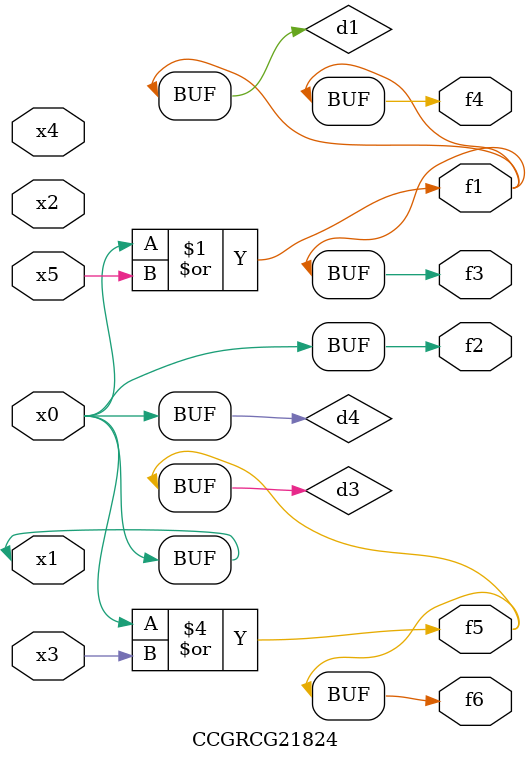
<source format=v>
module CCGRCG21824(
	input x0, x1, x2, x3, x4, x5,
	output f1, f2, f3, f4, f5, f6
);

	wire d1, d2, d3, d4;

	or (d1, x0, x5);
	xnor (d2, x1, x4);
	or (d3, x0, x3);
	buf (d4, x0, x1);
	assign f1 = d1;
	assign f2 = d4;
	assign f3 = d1;
	assign f4 = d1;
	assign f5 = d3;
	assign f6 = d3;
endmodule

</source>
